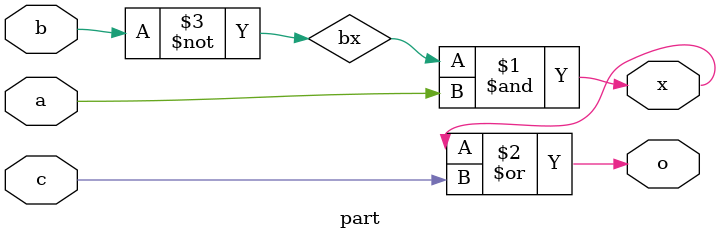
<source format=v>
module part(x,o,a,b,c);
input a,b,c;
output x,o;
wire bx;
not x1(bx,b);
and x2(x,bx,a);
or x3(o,x,c);
endmodule

</source>
